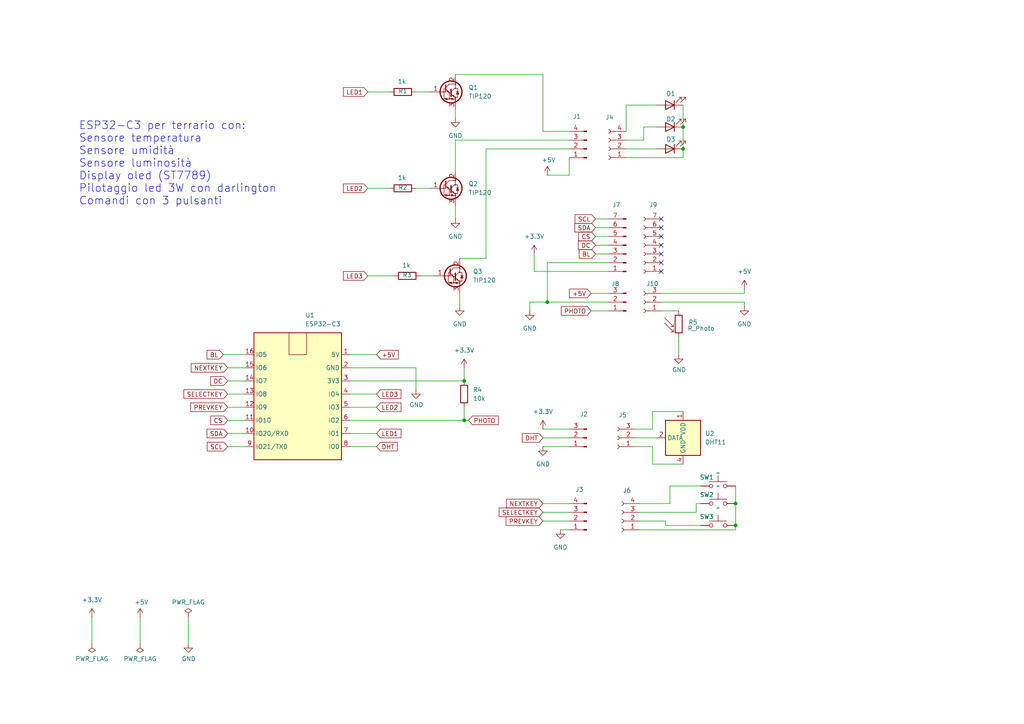
<source format=kicad_sch>
(kicad_sch (version 20250114) (generator "eeschema") (generator_version "9.0")
  (paper "A4")
  (lib_symbols
    (symbol "Connector:Conn_01x03_Pin" (pin_names (offset 1.016) (hide yes))
      (property "Reference" "J" (at 0 5.08 0))
      (property "Value" "Conn_01x03_Pin" (at 0 -5.08 0))
      (symbol "Conn_01x03_Pin_1_1"
        (rectangle (start 0.8636 2.667) (end 0 2.413) (stroke (width 0.1524)) (fill (type outline)))
        (rectangle (start 0.8636 0.127) (end 0 -0.127) (stroke (width 0.1524)) (fill (type outline)))
        (rectangle (start 0.8636 -2.413) (end 0 -2.667) (stroke (width 0.1524)) (fill (type outline)))
        (polyline (pts (xy 1.27 2.54) (xy 0.8636 2.54)) (stroke (width 0.1524)))
        (polyline (pts (xy 1.27 0) (xy 0.8636 0)) (stroke (width 0.1524)))
        (polyline (pts (xy 1.27 -2.54) (xy 0.8636 -2.54)) (stroke (width 0.1524)))
        (pin passive line (at 5.08 2.54 180) (length 3.81) (name "Pin_1") (number "1"))
        (pin passive line (at 5.08 0 180) (length 3.81) (name "Pin_2") (number "2"))
        (pin passive line (at 5.08 -2.54 180) (length 3.81) (name "Pin_3") (number "3"))
      )
    )
    (symbol "Connector:Conn_01x03_Socket" (pin_names (offset 1.016) (hide yes))
      (property "Reference" "J" (at 0 5.08 0))
      (property "Value" "Conn_01x03_Socket" (at 0 -5.08 0))
      (symbol "Conn_01x03_Socket_1_1"
        (polyline (pts (xy -1.27 2.54) (xy -0.508 2.54)) (stroke (width 0.1524)))
        (polyline (pts (xy -1.27 0) (xy -0.508 0)) (stroke (width 0.1524)))
        (polyline (pts (xy -1.27 -2.54) (xy -0.508 -2.54)) (stroke (width 0.1524)))
        (arc (start 0 2.032) (mid -0.5058 2.54) (end 0 3.048) (stroke (width 0.1524)))
        (arc (start 0 -0.508) (mid -0.5058 0) (end 0 0.508) (stroke (width 0.1524)))
        (arc (start 0 -3.048) (mid -0.5058 -2.54) (end 0 -2.032) (stroke (width 0.1524)))
        (pin passive line (at -5.08 2.54 0) (length 3.81) (name "Pin_1") (number "1"))
        (pin passive line (at -5.08 0 0) (length 3.81) (name "Pin_2") (number "2"))
        (pin passive line (at -5.08 -2.54 0) (length 3.81) (name "Pin_3") (number "3"))
      )
    )
    (symbol "Connector:Conn_01x04_Pin" (pin_names (offset 1.016) (hide yes))
      (property "Reference" "J" (at 0 5.08 0))
      (property "Value" "Conn_01x04_Pin" (at 0 -7.62 0))
      (symbol "Conn_01x04_Pin_1_1"
        (rectangle (start 0.8636 2.667) (end 0 2.413) (stroke (width 0.1524)) (fill (type outline)))
        (rectangle (start 0.8636 0.127) (end 0 -0.127) (stroke (width 0.1524)) (fill (type outline)))
        (rectangle (start 0.8636 -2.413) (end 0 -2.667) (stroke (width 0.1524)) (fill (type outline)))
        (rectangle (start 0.8636 -4.953) (end 0 -5.207) (stroke (width 0.1524)) (fill (type outline)))
        (polyline (pts (xy 1.27 2.54) (xy 0.8636 2.54)) (stroke (width 0.1524)))
        (polyline (pts (xy 1.27 0) (xy 0.8636 0)) (stroke (width 0.1524)))
        (polyline (pts (xy 1.27 -2.54) (xy 0.8636 -2.54)) (stroke (width 0.1524)))
        (polyline (pts (xy 1.27 -5.08) (xy 0.8636 -5.08)) (stroke (width 0.1524)))
        (pin passive line (at 5.08 2.54 180) (length 3.81) (name "Pin_1") (number "1"))
        (pin passive line (at 5.08 0 180) (length 3.81) (name "Pin_2") (number "2"))
        (pin passive line (at 5.08 -2.54 180) (length 3.81) (name "Pin_3") (number "3"))
        (pin passive line (at 5.08 -5.08 180) (length 3.81) (name "Pin_4") (number "4"))
      )
    )
    (symbol "Connector:Conn_01x04_Socket" (pin_names (offset 1.016) (hide yes))
      (property "Reference" "J" (at 0 5.08 0))
      (property "Value" "Conn_01x04_Socket" (at 0 -7.62 0))
      (symbol "Conn_01x04_Socket_1_1"
        (polyline (pts (xy -1.27 2.54) (xy -0.508 2.54)) (stroke (width 0.1524)))
        (polyline (pts (xy -1.27 0) (xy -0.508 0)) (stroke (width 0.1524)))
        (polyline (pts (xy -1.27 -2.54) (xy -0.508 -2.54)) (stroke (width 0.1524)))
        (polyline (pts (xy -1.27 -5.08) (xy -0.508 -5.08)) (stroke (width 0.1524)))
        (arc (start 0 2.032) (mid -0.5058 2.54) (end 0 3.048) (stroke (width 0.1524)))
        (arc (start 0 -0.508) (mid -0.5058 0) (end 0 0.508) (stroke (width 0.1524)))
        (arc (start 0 -3.048) (mid -0.5058 -2.54) (end 0 -2.032) (stroke (width 0.1524)))
        (arc (start 0 -5.588) (mid -0.5058 -5.08) (end 0 -4.572) (stroke (width 0.1524)))
        (pin passive line (at -5.08 2.54 0) (length 3.81) (name "Pin_1") (number "1"))
        (pin passive line (at -5.08 0 0) (length 3.81) (name "Pin_2") (number "2"))
        (pin passive line (at -5.08 -2.54 0) (length 3.81) (name "Pin_3") (number "3"))
        (pin passive line (at -5.08 -5.08 0) (length 3.81) (name "Pin_4") (number "4"))
      )
    )
    (symbol "Connector:Conn_01x07_Pin" (pin_names (offset 1.016) (hide yes))
      (property "Reference" "J" (at 0 10.16 0))
      (property "Value" "Conn_01x07_Pin" (at 0 -10.16 0))
      (symbol "Conn_01x07_Pin_1_1"
        (rectangle (start 0.8636 7.747) (end 0 7.493) (stroke (width 0.1524)) (fill (type outline)))
        (rectangle (start 0.8636 5.207) (end 0 4.953) (stroke (width 0.1524)) (fill (type outline)))
        (rectangle (start 0.8636 2.667) (end 0 2.413) (stroke (width 0.1524)) (fill (type outline)))
        (rectangle (start 0.8636 0.127) (end 0 -0.127) (stroke (width 0.1524)) (fill (type outline)))
        (rectangle (start 0.8636 -2.413) (end 0 -2.667) (stroke (width 0.1524)) (fill (type outline)))
        (rectangle (start 0.8636 -4.953) (end 0 -5.207) (stroke (width 0.1524)) (fill (type outline)))
        (rectangle (start 0.8636 -7.493) (end 0 -7.747) (stroke (width 0.1524)) (fill (type outline)))
        (polyline (pts (xy 1.27 7.62) (xy 0.8636 7.62)) (stroke (width 0.1524)))
        (polyline (pts (xy 1.27 5.08) (xy 0.8636 5.08)) (stroke (width 0.1524)))
        (polyline (pts (xy 1.27 2.54) (xy 0.8636 2.54)) (stroke (width 0.1524)))
        (polyline (pts (xy 1.27 0) (xy 0.8636 0)) (stroke (width 0.1524)))
        (polyline (pts (xy 1.27 -2.54) (xy 0.8636 -2.54)) (stroke (width 0.1524)))
        (polyline (pts (xy 1.27 -5.08) (xy 0.8636 -5.08)) (stroke (width 0.1524)))
        (polyline (pts (xy 1.27 -7.62) (xy 0.8636 -7.62)) (stroke (width 0.1524)))
        (pin passive line (at 5.08 7.62 180) (length 3.81) (name "Pin_1") (number "1"))
        (pin passive line (at 5.08 5.08 180) (length 3.81) (name "Pin_2") (number "2"))
        (pin passive line (at 5.08 2.54 180) (length 3.81) (name "Pin_3") (number "3"))
        (pin passive line (at 5.08 0 180) (length 3.81) (name "Pin_4") (number "4"))
        (pin passive line (at 5.08 -2.54 180) (length 3.81) (name "Pin_5") (number "5"))
        (pin passive line (at 5.08 -5.08 180) (length 3.81) (name "Pin_6") (number "6"))
        (pin passive line (at 5.08 -7.62 180) (length 3.81) (name "Pin_7") (number "7"))
      )
    )
    (symbol "Connector:Conn_01x07_Socket" (pin_names (offset 1.016) (hide yes))
      (property "Reference" "J" (at 0 10.16 0))
      (property "Value" "Conn_01x07_Socket" (at 0 -10.16 0))
      (symbol "Conn_01x07_Socket_1_1"
        (polyline (pts (xy -1.27 7.62) (xy -0.508 7.62)) (stroke (width 0.1524)))
        (polyline (pts (xy -1.27 5.08) (xy -0.508 5.08)) (stroke (width 0.1524)))
        (polyline (pts (xy -1.27 2.54) (xy -0.508 2.54)) (stroke (width 0.1524)))
        (polyline (pts (xy -1.27 0) (xy -0.508 0)) (stroke (width 0.1524)))
        (polyline (pts (xy -1.27 -2.54) (xy -0.508 -2.54)) (stroke (width 0.1524)))
        (polyline (pts (xy -1.27 -5.08) (xy -0.508 -5.08)) (stroke (width 0.1524)))
        (polyline (pts (xy -1.27 -7.62) (xy -0.508 -7.62)) (stroke (width 0.1524)))
        (arc (start 0 7.112) (mid -0.5058 7.62) (end 0 8.128) (stroke (width 0.1524)))
        (arc (start 0 4.572) (mid -0.5058 5.08) (end 0 5.588) (stroke (width 0.1524)))
        (arc (start 0 2.032) (mid -0.5058 2.54) (end 0 3.048) (stroke (width 0.1524)))
        (arc (start 0 -0.508) (mid -0.5058 0) (end 0 0.508) (stroke (width 0.1524)))
        (arc (start 0 -3.048) (mid -0.5058 -2.54) (end 0 -2.032) (stroke (width 0.1524)))
        (arc (start 0 -5.588) (mid -0.5058 -5.08) (end 0 -4.572) (stroke (width 0.1524)))
        (arc (start 0 -8.128) (mid -0.5058 -7.62) (end 0 -7.112) (stroke (width 0.1524)))
        (pin passive line (at -5.08 7.62 0) (length 3.81) (name "Pin_1") (number "1"))
        (pin passive line (at -5.08 5.08 0) (length 3.81) (name "Pin_2") (number "2"))
        (pin passive line (at -5.08 2.54 0) (length 3.81) (name "Pin_3") (number "3"))
        (pin passive line (at -5.08 0 0) (length 3.81) (name "Pin_4") (number "4"))
        (pin passive line (at -5.08 -2.54 0) (length 3.81) (name "Pin_5") (number "5"))
        (pin passive line (at -5.08 -5.08 0) (length 3.81) (name "Pin_6") (number "6"))
        (pin passive line (at -5.08 -7.62 0) (length 3.81) (name "Pin_7") (number "7"))
      )
    )
    (symbol "Device:LED" (pin_numbers (hide yes)) (pin_names (offset 1.016) (hide yes))
      (property "Reference" "D" (at 0 2.54 0))
      (property "Value" "LED" (at 0 -2.54 0))
      (symbol "LED_0_1"
        (polyline (pts (xy -3.048 -0.762) (xy -4.572 -2.286) (xy -3.81 -2.286) (xy -4.572 -2.286) (xy -4.572 -1.524)))
        (polyline (pts (xy -1.778 -0.762) (xy -3.302 -2.286) (xy -2.54 -2.286) (xy -3.302 -2.286) (xy -3.302 -1.524)))
        (polyline (pts (xy -1.27 0) (xy 1.27 0)))
        (polyline (pts (xy -1.27 -1.27) (xy -1.27 1.27)) (stroke (width 0.254)))
        (polyline (pts (xy 1.27 -1.27) (xy 1.27 1.27) (xy -1.27 0) (xy 1.27 -1.27)) (stroke (width 0.254)))
      )
      (symbol "LED_1_1"
        (pin passive line (at -3.81 0 0) (length 2.54) (name "K") (number "1"))
        (pin passive line (at 3.81 0 180) (length 2.54) (name "A") (number "2"))
      )
    )
    (symbol "Device:R" (pin_numbers (hide yes)) (pin_names (offset 0))
      (property "Reference" "R" (at 2.032 0 90))
      (property "Value" "R" (at 0 0 90))
      (symbol "R_0_1"
        (rectangle (start -1.016 -2.54) (end 1.016 2.54) (stroke (width 0.254)))
      )
      (symbol "R_1_1"
        (pin passive line (at 0 3.81 270) (length 1.27) (name "~") (number "1"))
        (pin passive line (at 0 -3.81 90) (length 1.27) (name "~") (number "2"))
      )
    )
    (symbol "Device:R_Photo" (pin_numbers (hide yes)) (pin_names (offset 0))
      (property "Reference" "R" (at 1.27 1.27 0))
      (property "Value" "R_Photo" (at 1.27 0 0))
      (symbol "R_Photo_0_1"
        (polyline (pts (xy -1.524 -0.762) (xy -4.064 1.778)))
        (polyline (pts (xy -1.524 -0.762) (xy -2.286 -0.762)))
        (polyline (pts (xy -1.524 -0.762) (xy -1.524 0)))
        (polyline (pts (xy -1.524 -2.286) (xy -4.064 0.254)))
        (polyline (pts (xy -1.524 -2.286) (xy -2.286 -2.286)))
        (polyline (pts (xy -1.524 -2.286) (xy -1.524 -1.524)))
        (rectangle (start -1.016 2.54) (end 1.016 -2.54) (stroke (width 0.254)))
      )
      (symbol "R_Photo_1_1"
        (pin passive line (at 0 3.81 270) (length 1.27) (name "~") (number "1"))
        (pin passive line (at 0 -3.81 90) (length 1.27) (name "~") (number "2"))
      )
    )
    (symbol "RF_Module:ESP32-C3-WROOM-02U"
      (property "Reference" "U1" (at 2.1433 25.4 0))
      (property "Value" "ESP32-C3" (at 2.1433 22.86 0))
      (symbol "ESP32-C3-WROOM-02U_0_1"
        (polyline (pts (xy -2.54 20.32) (xy -2.54 13.97) (xy 2.54 13.97) (xy 2.54 20.32) (xy -2.54 20.32)))
      )
      (symbol "ESP32-C3-WROOM-02U_1_1"
        (rectangle (start -12.7 20.32) (end 12.7 -16.51) (stroke (width 0.254)) (fill (type background)))
        (pin bidirectional line (at -15.24 13.97 0) (length 2.54) (name "IO5") (number "16"))
        (pin bidirectional line (at -15.24 10.16 0) (length 2.54) (name "IO6") (number "15"))
        (pin bidirectional line (at -15.24 6.35 0) (length 2.54) (name "IO7") (number "14"))
        (pin bidirectional line (at -15.24 2.54 0) (length 2.54) (name "IO8") (number "13"))
        (pin bidirectional line (at -15.24 -1.27 0) (length 2.54) (name "IO9") (number "12"))
        (pin bidirectional line (at -15.24 -5.08 0) (length 2.54) (name "IO10") (number "11"))
        (pin bidirectional line (at -15.24 -8.89 0) (length 2.54) (name "IO20/RXD") (number "10"))
        (pin bidirectional line (at -15.24 -12.7 0) (length 2.54) (name "IO21/TXD") (number "9"))
        (pin power_in line (at 15.24 13.97 180) (length 2.54) (name "5V") (number "1"))
        (pin power_in line (at 15.24 10.16 180) (length 2.54) (name "GND") (number "2"))
        (pin output line (at 15.24 6.35 180) (length 2.54) (name "3V3") (number "3"))
        (pin bidirectional line (at 15.24 2.54 180) (length 2.54) (name "IO4") (number "4"))
        (pin bidirectional line (at 15.24 -1.27 180) (length 2.54) (name "IO3") (number "5"))
        (pin bidirectional line (at 15.24 -5.08 180) (length 2.54) (name "IO2") (number "6"))
        (pin bidirectional line (at 15.24 -8.89 180) (length 2.54) (name "IO1") (number "7"))
        (pin bidirectional line (at 15.24 -12.7 180) (length 2.54) (name "IO0") (number "8"))
      )
    )
    (symbol "Sensor:DHT11"
      (property "Reference" "U" (at -3.81 6.35 0))
      (property "Value" "DHT11" (at 3.81 6.35 0))
      (symbol "DHT11_0_1"
        (rectangle (start -5.08 5.08) (end 5.08 -5.08) (stroke (width 0.254)) (fill (type background)))
      )
      (symbol "DHT11_1_1"
        (pin no_connect line (at -5.08 0 0) (length 2.54) (hide yes) (name "NC") (number "3"))
        (pin power_in line (at 0 7.62 270) (length 2.54) (name "VDD") (number "1"))
        (pin power_in line (at 0 -7.62 90) (length 2.54) (name "GND") (number "4"))
        (pin bidirectional line (at 7.62 0 180) (length 2.54) (name "DATA") (number "2"))
      )
    )
    (symbol "Switch:SW_Push" (pin_numbers (hide yes)) (pin_names (offset 1.016) (hide yes))
      (property "Reference" "SW" (at 1.27 2.54 0))
      (property "Value" "SW_Push" (at 0 -1.524 0))
      (symbol "SW_Push_0_1"
        (circle (center -2.032 0) (radius 0.508))
        (polyline (pts (xy 0 1.27) (xy 0 3.048)))
        (circle (center 2.032 0) (radius 0.508))
        (polyline (pts (xy 2.54 1.27) (xy -2.54 1.27)))
        (pin passive line (at -5.08 0 0) (length 2.54) (name "1") (number "1"))
        (pin passive line (at 5.08 0 180) (length 2.54) (name "2") (number "2"))
      )
    )
    (symbol "Transistor_BJT:TIP120" (pin_names (offset 0) (hide yes))
      (property "Reference" "Q" (at 5.08 1.905 0))
      (property "Value" "TIP120" (at 5.08 0 0))
      (symbol "TIP120_0_1"
        (polyline (pts (xy -1.27 0) (xy -0.889 0)))
        (circle (center -0.762 0) (radius 0.127))
        (polyline (pts (xy -0.254 2.032) (xy -0.254 0) (xy -0.254 0)) (stroke (width 0.3048)))
        (polyline (pts (xy -0.254 1.27) (xy 0.762 2.286) (xy 2.54 2.286)))
        (polyline (pts (xy -0.254 1.016) (xy -0.762 1.016) (xy -0.762 -2.032)))
        (polyline (pts (xy -0.254 0.762) (xy 0.762 -0.254) (xy 1.27 -0.254)))
        (polyline (pts (xy 0.635 -0.127) (xy 0.381 0.381) (xy 0.127 0.127) (xy 0.635 -0.127)))
        (polyline (pts (xy 0.762 -0.254) (xy 0.762 -2.032) (xy 1.143 -2.032) (xy 1.27 -1.778) (xy 1.397 -2.286) (xy 1.524 -1.778) (xy 1.651 -2.286) (xy 1.778 -1.778) (xy 1.905 -2.286) (xy 2.032 -2.032) (xy 2.54 -2.032)))
        (circle (center 0.762 -0.254) (radius 0.127))
        (polyline (pts (xy 0.762 -2.032) (xy 0.381 -2.032) (xy 0.254 -2.286) (xy 0.127 -1.778) (xy 0 -2.286) (xy -0.127 -1.778) (xy -0.254 -2.286) (xy -0.381 -1.778) (xy -0.508 -2.032) (xy -0.762 -2.032)))
        (circle (center 0.762 -2.032) (radius 0.127))
        (polyline (pts (xy 1.27 0.762) (xy 1.27 -1.27) (xy 1.27 -1.27)) (stroke (width 0.381)))
        (polyline (pts (xy 1.27 0) (xy 2.286 1.016) (xy 2.54 1.016) (xy 2.54 2.286)))
        (circle (center 1.27 0) (radius 3.175) (stroke (width 0.3556)))
        (polyline (pts (xy 1.27 -0.508) (xy 2.286 -1.524) (xy 2.54 -1.524) (xy 2.54 -2.032)))
        (polyline (pts (xy 2.159 -1.397) (xy 1.905 -0.889) (xy 1.651 -1.143) (xy 2.159 -1.397)))
        (circle (center 2.54 2.286) (radius 0.127))
        (circle (center 2.54 1.016) (radius 0.127))
        (polyline (pts (xy 2.54 -1.524) (xy 3.175 -1.524)))
        (circle (center 2.54 -1.524) (radius 0.127))
        (polyline (pts (xy 2.54 -2.032) (xy 2.54 -2.54)))
        (circle (center 2.54 -2.032) (radius 0.127))
        (polyline (pts (xy 2.794 0.127) (xy 3.556 0.127)))
        (polyline (pts (xy 3.175 1.016) (xy 2.54 1.016)))
        (polyline (pts (xy 3.175 1.016) (xy 3.175 0.127)))
        (polyline (pts (xy 3.175 0.127) (xy 2.794 -0.635) (xy 3.556 -0.635) (xy 3.175 0.127)) (fill (type outline)))
        (polyline (pts (xy 3.175 -0.635) (xy 3.175 -1.524)))
      )
      (symbol "TIP120_1_1"
        (pin input line (at -5.08 0 0) (length 3.81) (name "B") (number "1"))
        (pin passive line (at 2.54 5.08 270) (length 2.667) (name "C") (number "2"))
        (pin passive line (at 2.54 -5.08 90) (length 2.54) (name "E") (number "3"))
      )
    )
    (symbol "power:+3.3V" (power) (pin_numbers (hide yes)) (pin_names (offset 0) (hide yes))
      (property "Value" "+3.3V" (at 0 3.556 0))
      (symbol "+3.3V_0_1"
        (polyline (pts (xy -0.762 1.27) (xy 0 2.54)))
        (polyline (pts (xy 0 2.54) (xy 0.762 1.27)))
        (polyline (pts (xy 0 0) (xy 0 2.54)))
      )
      (symbol "+3.3V_1_1"
        (pin power_in line (at 0 0 90) (length 0) (name "~") (number "1"))
      )
    )
    (symbol "power:+5V" (power) (pin_numbers (hide yes)) (pin_names (offset 0) (hide yes))
      (property "Value" "+5V" (at 0 3.556 0))
      (symbol "+5V_0_1"
        (polyline (pts (xy -0.762 1.27) (xy 0 2.54)))
        (polyline (pts (xy 0 2.54) (xy 0.762 1.27)))
        (polyline (pts (xy 0 0) (xy 0 2.54)))
      )
      (symbol "+5V_1_1"
        (pin power_in line (at 0 0 90) (length 0) (name "~") (number "1"))
      )
    )
    (symbol "power:GND" (power) (pin_numbers (hide yes)) (pin_names (offset 0) (hide yes))
      (property "Value" "GND" (at 0 -3.81 0))
      (symbol "GND_0_1"
        (polyline (pts (xy 0 0) (xy 0 -1.27) (xy 1.27 -1.27) (xy 0 -2.54) (xy -1.27 -1.27) (xy 0 -1.27)))
      )
      (symbol "GND_1_1"
        (pin power_in line (at 0 0 270) (length 0) (name "~") (number "1"))
      )
    )
    (symbol "power:PWR_FLAG" (power) (pin_numbers (hide yes)) (pin_names (offset 0) (hide yes))
      (property "Value" "PWR_FLAG" (at 0 3.81 0))
      (symbol "PWR_FLAG_0_0"
        (pin power_out line (at 0 0 90) (length 0) (name "~") (number "1"))
      )
      (symbol "PWR_FLAG_0_1"
        (polyline (pts (xy 0 0) (xy 0 1.27) (xy -1.016 1.905) (xy 0 2.54) (xy 1.016 1.905) (xy 0 1.27)))
      )
    )
  )
  (text "ESP32-C3 per terrario con:\nSensore temperatura\nSensore umidità\nSensore luminosità\nDisplay oled (ST7789)\nPilotaggio led 3W con darlington\nComandi con 3 pulsanti\n" (at 22.86 59.69 0) (effects (font (size 2.2606 2.2606)) (justify left bottom)))
  (junction (at 213.36 146.05))
  (junction (at 198.12 36.83))
  (junction (at 198.12 43.18))
  (junction (at 158.75 87.63))
  (junction (at 134.62 121.92))
  (junction (at 134.62 110.49))
  (junction (at 213.36 152.4))
  (no_connect (at 191.77 78.74))
  (no_connect (at 191.77 68.58))
  (no_connect (at 191.77 71.12))
  (no_connect (at 191.77 66.04))
  (no_connect (at 191.77 76.2))
  (no_connect (at 191.77 63.5))
  (no_connect (at 191.77 73.66))
  (wire (pts (xy 157.48 127) (xy 165.1 127)))
  (wire (pts (xy 121.92 80.01) (xy 125.73 80.01)))
  (wire (pts (xy 140.97 43.18) (xy 140.97 74.93)))
  (wire (pts (xy 120.65 113.03) (xy 120.65 106.68)))
  (wire (pts (xy 66.04 129.54) (xy 71.12 129.54)))
  (wire (pts (xy 157.48 124.46) (xy 165.1 124.46)))
  (wire (pts (xy 194.31 146.05) (xy 185.42 146.05)))
  (wire (pts (xy 172.72 71.12) (xy 176.53 71.12)))
  (wire (pts (xy 194.31 140.97) (xy 194.31 146.05)))
  (wire (pts (xy 132.08 40.64) (xy 165.1 40.64)))
  (wire (pts (xy 198.12 36.83) (xy 198.12 43.18)))
  (wire (pts (xy 133.35 85.09) (xy 133.35 88.9)))
  (wire (pts (xy 184.15 124.46) (xy 189.23 124.46)))
  (wire (pts (xy 213.36 152.4) (xy 213.36 153.67)))
  (wire (pts (xy 181.61 40.64) (xy 186.69 40.64)))
  (wire (pts (xy 215.9 85.09) (xy 215.9 83.82)))
  (wire (pts (xy 213.36 153.67) (xy 185.42 153.67)))
  (wire (pts (xy 158.75 87.63) (xy 176.53 87.63)))
  (wire (pts (xy 189.23 129.54) (xy 189.23 134.62)))
  (wire (pts (xy 106.68 80.01) (xy 114.3 80.01)))
  (wire (pts (xy 201.93 146.05) (xy 203.2 146.05)))
  (wire (pts (xy 181.61 43.18) (xy 190.5 43.18)))
  (wire (pts (xy 171.45 90.17) (xy 176.53 90.17)))
  (wire (pts (xy 172.72 63.5) (xy 176.53 63.5)))
  (wire (pts (xy 66.04 110.49) (xy 71.12 110.49)))
  (wire (pts (xy 26.67 179.07) (xy 26.67 186.69)))
  (wire (pts (xy 157.48 129.54) (xy 165.1 129.54)))
  (wire (pts (xy 165.1 50.8) (xy 165.1 45.72)))
  (wire (pts (xy 101.6 102.87) (xy 109.22 102.87)))
  (wire (pts (xy 101.6 129.54) (xy 109.22 129.54)))
  (wire (pts (xy 153.67 87.63) (xy 153.67 90.17)))
  (wire (pts (xy 172.72 73.66) (xy 176.53 73.66)))
  (wire (pts (xy 186.69 40.64) (xy 186.69 36.83)))
  (wire (pts (xy 101.6 114.3) (xy 109.22 114.3)))
  (wire (pts (xy 157.48 151.13) (xy 165.1 151.13)))
  (wire (pts (xy 101.6 121.92) (xy 134.62 121.92)))
  (wire (pts (xy 186.69 36.83) (xy 190.5 36.83)))
  (wire (pts (xy 157.48 21.59) (xy 157.48 38.1)))
  (wire (pts (xy 54.61 179.07) (xy 54.61 186.69)))
  (wire (pts (xy 120.65 106.68) (xy 101.6 106.68)))
  (wire (pts (xy 213.36 140.97) (xy 213.36 146.05)))
  (wire (pts (xy 172.72 66.04) (xy 176.53 66.04)))
  (wire (pts (xy 66.04 106.68) (xy 71.12 106.68)))
  (wire (pts (xy 157.48 38.1) (xy 165.1 38.1)))
  (wire (pts (xy 134.62 118.11) (xy 134.62 121.92)))
  (wire (pts (xy 154.94 78.74) (xy 176.53 78.74)))
  (wire (pts (xy 181.61 30.48) (xy 190.5 30.48)))
  (wire (pts (xy 132.08 59.69) (xy 132.08 63.5)))
  (wire (pts (xy 71.12 125.73) (xy 66.04 125.73)))
  (wire (pts (xy 106.68 26.67) (xy 113.03 26.67)))
  (wire (pts (xy 189.23 134.62) (xy 198.12 134.62)))
  (wire (pts (xy 201.93 146.05) (xy 201.93 148.59)))
  (wire (pts (xy 101.6 118.11) (xy 109.22 118.11)))
  (wire (pts (xy 40.64 186.69) (xy 40.64 179.07)))
  (wire (pts (xy 140.97 43.18) (xy 165.1 43.18)))
  (wire (pts (xy 157.48 148.59) (xy 165.1 148.59)))
  (wire (pts (xy 106.68 54.61) (xy 113.03 54.61)))
  (wire (pts (xy 133.35 74.93) (xy 140.97 74.93)))
  (wire (pts (xy 153.67 87.63) (xy 158.75 87.63)))
  (wire (pts (xy 158.75 76.2) (xy 176.53 76.2)))
  (wire (pts (xy 66.04 114.3) (xy 71.12 114.3)))
  (wire (pts (xy 189.23 119.38) (xy 198.12 119.38)))
  (wire (pts (xy 191.77 87.63) (xy 215.9 87.63)))
  (wire (pts (xy 189.23 124.46) (xy 189.23 119.38)))
  (wire (pts (xy 132.08 40.64) (xy 132.08 49.53)))
  (wire (pts (xy 196.85 97.79) (xy 196.85 102.87)))
  (wire (pts (xy 198.12 45.72) (xy 181.61 45.72)))
  (wire (pts (xy 184.15 129.54) (xy 189.23 129.54)))
  (wire (pts (xy 101.6 110.49) (xy 134.62 110.49)))
  (wire (pts (xy 66.04 118.11) (xy 71.12 118.11)))
  (wire (pts (xy 158.75 50.8) (xy 165.1 50.8)))
  (wire (pts (xy 134.62 121.92) (xy 135.89 121.92)))
  (wire (pts (xy 66.04 121.92) (xy 71.12 121.92)))
  (wire (pts (xy 101.6 125.73) (xy 109.22 125.73)))
  (wire (pts (xy 194.31 140.97) (xy 203.2 140.97)))
  (wire (pts (xy 134.62 106.68) (xy 134.62 110.49)))
  (wire (pts (xy 120.65 54.61) (xy 124.46 54.61)))
  (wire (pts (xy 184.15 127) (xy 190.5 127)))
  (wire (pts (xy 198.12 43.18) (xy 198.12 45.72)))
  (wire (pts (xy 162.56 153.67) (xy 165.1 153.67)))
  (wire (pts (xy 64.77 102.87) (xy 71.12 102.87)))
  (wire (pts (xy 157.48 146.05) (xy 165.1 146.05)))
  (wire (pts (xy 171.45 85.09) (xy 176.53 85.09)))
  (wire (pts (xy 193.04 152.4) (xy 203.2 152.4)))
  (wire (pts (xy 191.77 90.17) (xy 196.85 90.17)))
  (wire (pts (xy 158.75 87.63) (xy 158.75 76.2)))
  (wire (pts (xy 154.94 73.66) (xy 154.94 78.74)))
  (wire (pts (xy 193.04 151.13) (xy 185.42 151.13)))
  (wire (pts (xy 172.72 68.58) (xy 176.53 68.58)))
  (wire (pts (xy 181.61 38.1) (xy 181.61 30.48)))
  (wire (pts (xy 132.08 21.59) (xy 157.48 21.59)))
  (wire (pts (xy 132.08 31.75) (xy 132.08 34.29)))
  (wire (pts (xy 198.12 30.48) (xy 198.12 36.83)))
  (wire (pts (xy 213.36 146.05) (xy 213.36 152.4)))
  (wire (pts (xy 120.65 26.67) (xy 124.46 26.67)))
  (wire (pts (xy 193.04 152.4) (xy 193.04 151.13)))
  (wire (pts (xy 201.93 148.59) (xy 185.42 148.59)))
  (wire (pts (xy 191.77 85.09) (xy 215.9 85.09)))
  (wire (pts (xy 215.9 87.63) (xy 215.9 88.9)))
  (global_label "SELECTKEY" (shape input) (at 66.04 114.3 180) (property "Intersheetrefs" "${INTERSHEET_REFS}" (effects (hide yes))))
  (global_label "LED2" (shape input) (at 106.68 54.61 180) (property "Intersheetrefs" "${INTERSHEET_REFS}" (effects (hide yes))))
  (global_label "NEXTKEY" (shape input) (at 157.48 146.05 180) (property "Intersheetrefs" "${INTERSHEET_REFS}" (effects (hide yes))))
  (global_label "LED3" (shape input) (at 109.22 114.3 0) (property "Intersheetrefs" "${INTERSHEET_REFS}" (effects (hide yes))))
  (global_label "LED3" (shape input) (at 106.68 80.01 180) (property "Intersheetrefs" "${INTERSHEET_REFS}" (effects (hide yes))))
  (global_label "DC" (shape input) (at 66.04 110.49 180) (property "Intersheetrefs" "${INTERSHEET_REFS}" (effects (hide yes))))
  (global_label "SDA" (shape input) (at 172.72 66.04 180) (property "Intersheetrefs" "${INTERSHEET_REFS}" (effects (hide yes))))
  (global_label "LED1" (shape input) (at 109.22 125.73 0) (property "Intersheetrefs" "${INTERSHEET_REFS}" (effects (hide yes))))
  (global_label "DHT" (shape input) (at 157.48 127 180) (property "Intersheetrefs" "${INTERSHEET_REFS}" (effects (hide yes))))
  (global_label "LED2" (shape input) (at 109.22 118.11 0) (property "Intersheetrefs" "${INTERSHEET_REFS}" (effects (hide yes))))
  (global_label "PREVKEY" (shape input) (at 157.48 151.13 180) (property "Intersheetrefs" "${INTERSHEET_REFS}" (effects (hide yes))))
  (global_label "SCL" (shape input) (at 172.72 63.5 180) (property "Intersheetrefs" "${INTERSHEET_REFS}" (effects (hide yes))))
  (global_label "BL" (shape input) (at 172.72 73.66 180) (property "Intersheetrefs" "${INTERSHEET_REFS}" (effects (hide yes))))
  (global_label "+5V" (shape input) (at 109.22 102.87 0) (property "Intersheetrefs" "${INTERSHEET_REFS}" (effects (hide yes))))
  (global_label "PHOTO" (shape input) (at 135.89 121.92 0) (property "Intersheetrefs" "${INTERSHEET_REFS}" (effects (hide yes))))
  (global_label "NEXTKEY" (shape input) (at 66.04 106.68 180) (property "Intersheetrefs" "${INTERSHEET_REFS}" (effects (hide yes))))
  (global_label "DHT" (shape input) (at 109.22 129.54 0) (property "Intersheetrefs" "${INTERSHEET_REFS}" (effects (hide yes))))
  (global_label "SDA" (shape input) (at 66.04 125.73 180) (property "Intersheetrefs" "${INTERSHEET_REFS}" (effects (hide yes))))
  (global_label "PREVKEY" (shape input) (at 66.04 118.11 180) (property "Intersheetrefs" "${INTERSHEET_REFS}" (effects (hide yes))))
  (global_label "LED1" (shape input) (at 106.68 26.67 180) (property "Intersheetrefs" "${INTERSHEET_REFS}" (effects (hide yes))))
  (global_label "BL" (shape input) (at 64.77 102.87 180) (property "Intersheetrefs" "${INTERSHEET_REFS}" (effects (hide yes))))
  (global_label "CS" (shape input) (at 66.04 121.92 180) (property "Intersheetrefs" "${INTERSHEET_REFS}" (effects (hide yes))))
  (global_label "CS" (shape input) (at 172.72 68.58 180) (property "Intersheetrefs" "${INTERSHEET_REFS}" (effects (hide yes))))
  (global_label "+5V" (shape input) (at 171.45 85.09 180) (property "Intersheetrefs" "${INTERSHEET_REFS}" (effects (hide yes))))
  (global_label "SELECTKEY" (shape input) (at 157.48 148.59 180) (property "Intersheetrefs" "${INTERSHEET_REFS}" (effects (hide yes))))
  (global_label "DC" (shape input) (at 172.72 71.12 180) (property "Intersheetrefs" "${INTERSHEET_REFS}" (effects (hide yes))))
  (global_label "PHOTO" (shape input) (at 171.45 90.17 180) (property "Intersheetrefs" "${INTERSHEET_REFS}" (effects (hide yes))))
  (global_label "SCL" (shape input) (at 66.04 129.54 180) (property "Intersheetrefs" "${INTERSHEET_REFS}" (effects (hide yes))))
  (symbol (lib_id "power:GND") (at 120.65 113.03 0) (unit 1)
    (property "Reference" "#PWR04" (effects (hide yes)))
    (property "Value" "GND" (at 120.777 117.4242 0))
    (property "Description" "Power symbol creates a global label with name \"GND\" , ground" (effects (hide yes)))
  )
  (symbol (lib_id "power:GND") (at 196.85 102.87 0) (unit 1)
    (property "Reference" "#PWR015" (effects (hide yes)))
    (property "Value" "GND" (at 196.977 107.2642 0))
    (property "Description" "Power symbol creates a global label with name \"GND\" , ground" (effects (hide yes)))
  )
  (symbol (lib_id "power:+5V") (at 40.64 179.07 0) (unit 1)
    (property "Reference" "#PWR02" (effects (hide yes)))
    (property "Value" "+5V" (at 41.021 174.6758 0))
    (property "Description" "Power symbol creates a global label with name \"+5V\"" (effects (hide yes)))
  )
  (symbol (lib_id "power:GND") (at 54.61 186.69 0) (unit 1)
    (property "Reference" "#PWR03" (effects (hide yes)))
    (property "Value" "GND" (at 54.737 191.0842 0))
    (property "Description" "Power symbol creates a global label with name \"GND\" , ground" (effects (hide yes)))
  )
  (symbol (lib_id "power:PWR_FLAG") (at 40.64 186.69 180) (unit 1)
    (property "Reference" "#FLG02" (effects (hide yes)))
    (property "Value" "PWR_FLAG" (at 40.64 191.0842 0))
    (property "Description" "Special symbol for telling ERC where power comes from" (effects (hide yes)))
  )
  (symbol (lib_id "power:PWR_FLAG") (at 54.61 179.07 0) (unit 1)
    (property "Reference" "#FLG03" (effects (hide yes)))
    (property "Value" "PWR_FLAG" (at 54.61 174.6758 0))
    (property "Description" "Special symbol for telling ERC where power comes from" (effects (hide yes)))
  )
  (symbol (lib_id "Switch:SW_Push") (at 208.28 140.97 0) (unit 1)
    (property "Reference" "SW1" (at 204.978 138.43 0))
    (property "Value" "~" (at 208.28 137.16 0))
    (property "Footprint" "Button_Switch_THT:SW_DIP_SPSTx02_Piano_10.8x6.64mm_W7.62mm_P2.54mm" (effects (hide yes)))
    (property "Description" "Push button switch, generic, two pins" (effects (hide yes)))
  )
  (symbol (lib_id "power:GND") (at 132.08 34.29 0) (unit 1)
    (property "Reference" "#PWR05" (effects (hide yes)))
    (property "Value" "GND" (at 132.08 39.37 0))
    (property "Description" "Power symbol creates a global label with name \"GND\" , ground" (effects (hide yes)))
  )
  (symbol (lib_id "Connector:Conn_01x03_Pin") (at 181.61 87.63 180) (unit 1)
    (property "Reference" "J8" (at 177.292 82.296 0) (effects (justify right)))
    (property "Value" "Conn_01x03_Pin" (effects (hide yes)))
    (property "Description" "Generic connector, single row, 01x03, script generated" (effects (hide yes)))
  )
  (symbol (lib_id "power:+3.3V") (at 157.48 124.46 0) (unit 1)
    (property "Reference" "#PWR011" (effects (hide yes)))
    (property "Value" "+3.3V" (at 157.48 119.38 0))
    (property "Description" "Power symbol creates a global label with name \"+3.3V\"" (effects (hide yes)))
  )
  (symbol (lib_id "Sensor:DHT11") (at 198.12 127 0) (mirror y) (unit 1)
    (property "Reference" "U2" (at 204.47 125.7299 0) (effects (justify right)))
    (property "Value" "DHT11" (at 204.47 128.2699 0) (effects (justify right)))
    (property "Footprint" "Sensor:Aosong_DHT11_5.5x12.0_P2.54mm" (effects (hide yes)))
    (property "Datasheet" "http://akizukidenshi.com/download/ds/aosong/DHT11.pdf" (effects (hide yes)))
    (property "Description" "3.3V to 5.5V, temperature and humidity module, DHT11" (effects (hide yes)))
  )
  (symbol (lib_id "Transistor_BJT:TIP120") (at 129.54 26.67 0) (unit 1)
    (property "Reference" "Q1" (at 135.89 25.3999 0) (effects (justify left)))
    (property "Value" "TIP120" (at 135.89 27.9399 0) (effects (justify left)))
    (property "Footprint" "Package_TO_SOT_THT:TO-220-3_Vertical" (effects (hide yes)))
    (property "Datasheet" "https://www.onsemi.com/pub/Collateral/TIP120-D.PDF" (effects (hide yes)))
    (property "Description" "5A Ic, 60V Vce, Silicon Darlington Power NPN Transistor, TO-220" (effects (hide yes)))
  )
  (symbol (lib_id "power:+3.3V") (at 134.62 106.68 0) (unit 1)
    (property "Reference" "#PWR08" (effects (hide yes)))
    (property "Value" "+3.3V" (at 134.62 101.6 0))
    (property "Description" "Power symbol creates a global label with name \"+3.3V\"" (effects (hide yes)))
  )
  (symbol (lib_id "Device:LED") (at 194.31 43.18 180) (unit 1)
    (property "Reference" "D3" (at 194.564 40.386 0))
    (property "Value" "LED" (effects (hide yes)))
    (property "Description" "Light emitting diode" (effects (hide yes)))
    (property "Sim.Pins" "1=K 2=A" (effects (hide yes)))
  )
  (symbol (lib_id "Switch:SW_Push") (at 208.28 146.05 0) (unit 1)
    (property "Reference" "SW2" (at 204.978 143.51 0))
    (property "Value" "~" (at 208.28 140.97 0))
    (property "Footprint" "Button_Switch_THT:SW_DIP_SPSTx02_Piano_10.8x6.64mm_W7.62mm_P2.54mm" (effects (hide yes)))
    (property "Description" "Push button switch, generic, two pins" (effects (hide yes)))
  )
  (symbol (lib_id "power:+5V") (at 158.75 50.8 0) (unit 1)
    (property "Reference" "#PWR013" (effects (hide yes)))
    (property "Value" "+5V" (at 159.131 46.4058 0))
    (property "Description" "Power symbol creates a global label with name \"+5V\"" (effects (hide yes)))
  )
  (symbol (lib_id "Connector:Conn_01x04_Socket") (at 176.53 43.18 180) (unit 1)
    (property "Reference" "J4" (at 176.784 34.036 0))
    (property "Value" "Conn_01x04_Socket" (effects (hide yes)))
    (property "Description" "Generic connector, single row, 01x04, script generated" (effects (hide yes)))
  )
  (symbol (lib_id "Transistor_BJT:TIP120") (at 129.54 54.61 0) (unit 1)
    (property "Reference" "Q2" (at 135.89 53.3399 0) (effects (justify left)))
    (property "Value" "TIP120" (at 135.89 55.8799 0) (effects (justify left)))
    (property "Footprint" "Package_TO_SOT_THT:TO-220-3_Vertical" (effects (hide yes)))
    (property "Datasheet" "https://www.onsemi.com/pub/Collateral/TIP120-D.PDF" (effects (hide yes)))
    (property "Description" "5A Ic, 60V Vce, Silicon Darlington Power NPN Transistor, TO-220" (effects (hide yes)))
  )
  (symbol (lib_id "RF_Module:ESP32-C3-WROOM-02U") (at 86.36 116.84 0) (unit 1)
    (property "Reference" "U1" (at 88.5033 91.44 0) (effects (justify left)))
    (property "Value" "ESP32-C3" (at 88.5033 93.98 0) (effects (justify left)))
    (property "Footprint" "ESP32-C3-WROOM" (effects (hide yes)))
    (property "Datasheet" "ESP32-C3" (effects (hide yes)))
    (property "Description" "ESP32-­C3" (effects (hide yes)))
  )
  (symbol (lib_id "Device:LED") (at 194.31 36.83 180) (unit 1)
    (property "Reference" "D2" (at 194.564 34.544 0))
    (property "Value" "LED" (effects (hide yes)))
    (property "Description" "Light emitting diode" (effects (hide yes)))
    (property "Sim.Pins" "1=K 2=A" (effects (hide yes)))
  )
  (symbol (lib_id "power:GND") (at 162.56 153.67 0) (unit 1)
    (property "Reference" "#PWR014" (effects (hide yes)))
    (property "Value" "GND" (at 162.56 158.75 0))
    (property "Description" "Power symbol creates a global label with name \"GND\" , ground" (effects (hide yes)))
  )
  (symbol (lib_id "power:GND") (at 132.08 63.5 0) (unit 1)
    (property "Reference" "#PWR06" (effects (hide yes)))
    (property "Value" "GND" (at 132.08 68.58 0))
    (property "Description" "Power symbol creates a global label with name \"GND\" , ground" (effects (hide yes)))
  )
  (symbol (lib_id "Device:R") (at 118.11 80.01 90) (unit 1)
    (property "Reference" "R3" (at 118.11 79.756 90))
    (property "Value" "1k" (at 117.856 76.962 90))
    (property "Footprint" "Resistor_THT:R_Axial_DIN0204_L3.6mm_D1.6mm_P5.08mm_Horizontal" (effects (hide yes)))
    (property "Description" "Resistor" (effects (hide yes)))
  )
  (symbol (lib_id "Device:LED") (at 194.31 30.48 180) (unit 1)
    (property "Reference" "D1" (at 194.564 27.178 0))
    (property "Value" "LED" (effects (hide yes)))
    (property "Description" "Light emitting diode" (effects (hide yes)))
    (property "Sim.Pins" "1=K 2=A" (effects (hide yes)))
  )
  (symbol (lib_id "Device:R") (at 116.84 54.61 90) (unit 1)
    (property "Reference" "R2" (at 116.84 54.356 90))
    (property "Value" "1k" (at 116.586 51.562 90))
    (property "Footprint" "Resistor_THT:R_Axial_DIN0204_L3.6mm_D1.6mm_P5.08mm_Horizontal" (effects (hide yes)))
    (property "Description" "Resistor" (effects (hide yes)))
  )
  (symbol (lib_id "power:+3.3V") (at 154.94 73.66 0) (unit 1)
    (property "Reference" "#PWR010" (effects (hide yes)))
    (property "Value" "+3.3V" (at 154.94 68.58 0))
    (property "Description" "Power symbol creates a global label with name \"+3.3V\"" (effects (hide yes)))
  )
  (symbol (lib_id "Connector:Conn_01x03_Socket") (at 186.69 87.63 180) (unit 1)
    (property "Reference" "J10" (at 189.23 82.296 0))
    (property "Value" "Conn_01x03_Socket" (effects (hide yes)))
    (property "Description" "Generic connector, single row, 01x03, script generated" (effects (hide yes)))
  )
  (symbol (lib_id "Device:R") (at 116.84 26.67 90) (unit 1)
    (property "Reference" "R1" (at 116.84 26.416 90))
    (property "Value" "1k" (at 116.586 23.622 90))
    (property "Footprint" "Resistor_THT:R_Axial_DIN0204_L3.6mm_D1.6mm_P5.08mm_Horizontal" (effects (hide yes)))
    (property "Description" "Resistor" (effects (hide yes)))
  )
  (symbol (lib_id "Connector:Conn_01x03_Socket") (at 179.07 127 180) (unit 1)
    (property "Reference" "J5" (at 180.594 120.396 0))
    (property "Value" "Conn_01x03_Socket" (effects (hide yes)))
    (property "Description" "Generic connector, single row, 01x03, script generated" (effects (hide yes)))
  )
  (symbol (lib_id "Connector:Conn_01x07_Pin") (at 181.61 71.12 180) (unit 1)
    (property "Reference" "J7" (at 177.546 59.436 0) (effects (justify right)))
    (property "Value" "Conn_01x07_Pin" (effects (hide yes)))
    (property "Description" "Generic connector, single row, 01x07, script generated" (effects (hide yes)))
  )
  (symbol (lib_id "power:+3.3V") (at 26.67 179.07 0) (unit 1)
    (property "Reference" "#PWR01" (effects (hide yes)))
    (property "Value" "+3.3V" (at 26.67 173.99 0))
    (property "Description" "Power symbol creates a global label with name \"+3.3V\"" (effects (hide yes)))
  )
  (symbol (lib_id "power:GND") (at 157.48 129.54 0) (unit 1)
    (property "Reference" "#PWR012" (effects (hide yes)))
    (property "Value" "GND" (at 157.48 134.62 0))
    (property "Description" "Power symbol creates a global label with name \"GND\" , ground" (effects (hide yes)))
  )
  (symbol (lib_id "power:+5V") (at 215.9 83.82 0) (unit 1)
    (property "Reference" "#PWR016" (effects (hide yes)))
    (property "Value" "+5V" (at 215.9 78.74 0))
    (property "Description" "Power symbol creates a global label with name \"+5V\"" (effects (hide yes)))
  )
  (symbol (lib_id "power:GND") (at 133.35 88.9 0) (unit 1)
    (property "Reference" "#PWR07" (effects (hide yes)))
    (property "Value" "GND" (at 133.35 93.98 0))
    (property "Description" "Power symbol creates a global label with name \"GND\" , ground" (effects (hide yes)))
  )
  (symbol (lib_id "power:PWR_FLAG") (at 26.67 186.69 180) (unit 1)
    (property "Reference" "#FLG01" (effects (hide yes)))
    (property "Value" "PWR_FLAG" (at 26.67 191.0842 0))
    (property "Description" "Special symbol for telling ERC where power comes from" (effects (hide yes)))
  )
  (symbol (lib_id "Connector:Conn_01x04_Pin") (at 170.18 43.18 180) (unit 1)
    (property "Reference" "J1" (at 166.116 33.782 0) (effects (justify right)))
    (property "Value" "Conn_01x04_Pin" (effects (hide yes)))
    (property "Footprint" "Connector_Hirose:Hirose_DF13-02P-1.25DSA_1x02_P1.25mm_Vertical" (effects (hide yes)))
    (property "Description" "Generic connector, single row, 01x04, script generated" (effects (hide yes)))
  )
  (symbol (lib_id "power:GND") (at 215.9 88.9 0) (unit 1)
    (property "Reference" "#PWR017" (effects (hide yes)))
    (property "Value" "GND" (at 215.9 93.98 0))
    (property "Description" "Power symbol creates a global label with name \"GND\" , ground" (effects (hide yes)))
  )
  (symbol (lib_id "Connector:Conn_01x04_Socket") (at 180.34 151.13 180) (unit 1)
    (property "Reference" "J6" (at 181.864 142.24 0))
    (property "Value" "Conn_01x04_Socket" (effects (hide yes)))
    (property "Description" "Generic connector, single row, 01x04, script generated" (effects (hide yes)))
  )
  (symbol (lib_id "Switch:SW_Push") (at 208.28 152.4 0) (unit 1)
    (property "Reference" "SW3" (at 204.978 149.86 0))
    (property "Value" "~" (at 208.28 147.32 0))
    (property "Footprint" "Button_Switch_THT:SW_DIP_SPSTx02_Piano_10.8x6.64mm_W7.62mm_P2.54mm" (effects (hide yes)))
    (property "Description" "Push button switch, generic, two pins" (effects (hide yes)))
  )
  (symbol (lib_id "Device:R_Photo") (at 196.85 93.98 0) (unit 1)
    (property "Reference" "R5" (at 199.644 93.472 0) (effects (justify left)))
    (property "Value" "R_Photo" (at 199.39 95.2499 0) (effects (justify left)))
    (property "Footprint" "Connector_Hirose:Hirose_DF13-02P-1.25DSA_1x02_P1.25mm_Vertical" (effects (hide yes)))
    (property "Description" "Photoresistor" (effects (hide yes)))
  )
  (symbol (lib_id "Device:R") (at 134.62 114.3 0) (unit 1)
    (property "Reference" "R4" (at 137.16 113.0299 0) (effects (justify left)))
    (property "Value" "10k" (at 137.16 115.5699 0) (effects (justify left)))
    (property "Footprint" "Resistor_THT:R_Axial_DIN0204_L3.6mm_D1.6mm_P5.08mm_Horizontal" (effects (hide yes)))
    (property "Description" "Resistor" (effects (hide yes)))
  )
  (symbol (lib_id "Connector:Conn_01x04_Pin") (at 170.18 151.13 180) (unit 1)
    (property "Reference" "J3" (at 166.878 141.986 0) (effects (justify right)))
    (property "Value" "Conn_01x04_Pin" (effects (hide yes)))
    (property "Footprint" "Connector_Hirose:Hirose_DF13-02P-1.25DSA_1x02_P1.25mm_Vertical" (effects (hide yes)))
    (property "Description" "Generic connector, single row, 01x04, script generated" (effects (hide yes)))
  )
  (symbol (lib_id "Transistor_BJT:TIP120") (at 130.81 80.01 0) (unit 1)
    (property "Reference" "Q3" (at 137.16 78.7399 0) (effects (justify left)))
    (property "Value" "TIP120" (at 137.16 81.2799 0) (effects (justify left)))
    (property "Footprint" "Package_TO_SOT_THT:TO-220-3_Vertical" (effects (hide yes)))
    (property "Datasheet" "https://www.onsemi.com/pub/Collateral/TIP120-D.PDF" (effects (hide yes)))
    (property "Description" "5A Ic, 60V Vce, Silicon Darlington Power NPN Transistor, TO-220" (effects (hide yes)))
  )
  (symbol (lib_id "Connector:Conn_01x07_Socket") (at 186.69 71.12 180) (unit 1)
    (property "Reference" "J9" (at 189.484 59.436 0))
    (property "Value" "Conn_01x07_Socket" (effects (hide yes)))
    (property "Description" "Generic connector, single row, 01x07, script generated" (effects (hide yes)))
  )
  (symbol (lib_id "Connector:Conn_01x03_Pin") (at 170.18 127 180) (unit 1)
    (property "Reference" "J2" (at 168.148 120.142 0) (effects (justify right)))
    (property "Value" "Conn_01x03_Pin" (effects (hide yes)))
    (property "Description" "Generic connector, single row, 01x03, script generated" (effects (hide yes)))
  )
  (symbol (lib_id "power:GND") (at 153.67 90.17 0) (unit 1)
    (property "Reference" "#PWR09" (effects (hide yes)))
    (property "Value" "GND" (at 153.67 95.25 0))
    (property "Description" "Power symbol creates a global label with name \"GND\" , ground" (effects (hide yes)))
  )
)
</source>
